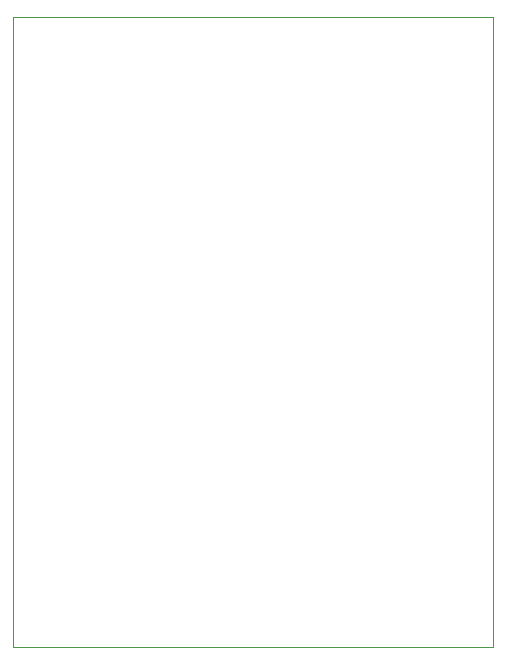
<source format=gm1>
G04 #@! TF.GenerationSoftware,KiCad,Pcbnew,7.0.10*
G04 #@! TF.CreationDate,2024-02-28T18:50:11-05:00*
G04 #@! TF.ProjectId,ApolloAvionics,41706f6c-6c6f-4417-9669-6f6e6963732e,rev?*
G04 #@! TF.SameCoordinates,Original*
G04 #@! TF.FileFunction,Profile,NP*
%FSLAX46Y46*%
G04 Gerber Fmt 4.6, Leading zero omitted, Abs format (unit mm)*
G04 Created by KiCad (PCBNEW 7.0.10) date 2024-02-28 18:50:11*
%MOMM*%
%LPD*%
G01*
G04 APERTURE LIST*
G04 #@! TA.AperFunction,Profile*
%ADD10C,0.100000*%
G04 #@! TD*
G04 APERTURE END LIST*
D10*
X55880000Y-38100000D02*
X96520000Y-38100000D01*
X96520000Y-91440000D01*
X55880000Y-91440000D01*
X55880000Y-38100000D01*
M02*

</source>
